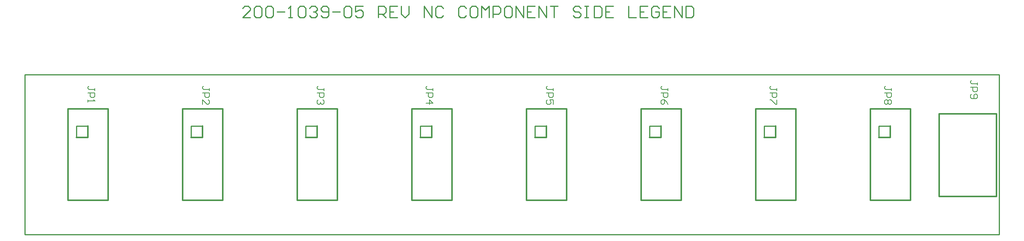
<source format=gto>
*%FSLAX23Y23*%
*%MOIN*%
G01*
%ADD11C,0.007*%
%ADD12C,0.008*%
%ADD13C,0.010*%
%ADD14C,0.012*%
%ADD15C,0.036*%
%ADD16C,0.056*%
%ADD17C,0.062*%
%ADD18C,0.066*%
%ADD19C,0.068*%
%ADD20C,0.070*%
%ADD21C,0.090*%
%ADD22C,0.100*%
%ADD23C,0.125*%
%ADD24C,0.131*%
%ADD25C,0.250*%
%ADD26R,0.062X0.062*%
%ADD27R,0.068X0.068*%
D12*
X13134Y8312D02*
Y8332D01*
Y8322D01*
X13084D01*
X13074Y8332D01*
Y8342D01*
X13084Y8352D01*
X13074Y8292D02*
X13134D01*
Y8262D01*
X13124Y8252D01*
X13104D01*
X13094Y8262D01*
Y8292D01*
X13124Y8232D02*
X13134Y8222D01*
Y8202D01*
X13124Y8192D01*
X13114D01*
X13104Y8202D01*
X13094Y8192D01*
X13084D01*
X13074Y8202D01*
Y8222D01*
X13084Y8232D01*
X13094D01*
X13104Y8222D01*
X13114Y8232D01*
X13124D01*
X13104Y8222D02*
Y8202D01*
X13884Y8362D02*
Y8382D01*
Y8372D01*
X13834D01*
X13824Y8382D01*
Y8392D01*
X13834Y8402D01*
X13824Y8342D02*
X13884D01*
Y8312D01*
X13874Y8302D01*
X13854D01*
X13844Y8312D01*
Y8342D01*
X13834Y8282D02*
X13824Y8272D01*
Y8252D01*
X13834Y8242D01*
X13874D01*
X13884Y8252D01*
Y8272D01*
X13874Y8282D01*
X13864D01*
X13854Y8272D01*
Y8242D01*
X12134Y8312D02*
Y8332D01*
Y8322D01*
X12084D01*
X12074Y8332D01*
Y8342D01*
X12084Y8352D01*
X12074Y8292D02*
X12134D01*
Y8262D01*
X12124Y8252D01*
X12104D01*
X12094Y8262D01*
Y8292D01*
X12134Y8232D02*
Y8192D01*
X12124D01*
X12084Y8232D01*
X12074D01*
X11184Y8312D02*
Y8332D01*
Y8322D01*
X11134D01*
X11124Y8332D01*
Y8342D01*
X11134Y8352D01*
X11124Y8292D02*
X11184D01*
Y8262D01*
X11174Y8252D01*
X11154D01*
X11144Y8262D01*
Y8292D01*
X11174Y8212D02*
X11184Y8192D01*
X11174Y8212D02*
X11154Y8232D01*
X11134D01*
X11124Y8222D01*
Y8202D01*
X11134Y8192D01*
X11144D01*
X11154Y8202D01*
Y8232D01*
X10184Y8312D02*
Y8332D01*
Y8322D01*
X10134D01*
X10124Y8332D01*
Y8342D01*
X10134Y8352D01*
X10124Y8292D02*
X10184D01*
Y8262D01*
X10174Y8252D01*
X10154D01*
X10144Y8262D01*
Y8292D01*
X10184Y8232D02*
Y8192D01*
Y8232D02*
X10154D01*
X10164Y8212D01*
Y8202D01*
X10154Y8192D01*
X10134D01*
X10124Y8202D01*
Y8222D01*
X10134Y8232D01*
X9134Y8312D02*
Y8332D01*
Y8322D01*
X9084D01*
X9074Y8332D01*
Y8342D01*
X9084Y8352D01*
X9074Y8292D02*
X9134D01*
Y8262D01*
X9124Y8252D01*
X9104D01*
X9094Y8262D01*
Y8292D01*
X9074Y8202D02*
X9134D01*
X9104Y8232D01*
Y8192D01*
X8184Y8312D02*
Y8332D01*
Y8322D01*
X8134D01*
X8124Y8332D01*
Y8342D01*
X8134Y8352D01*
X8124Y8292D02*
X8184D01*
Y8262D01*
X8174Y8252D01*
X8154D01*
X8144Y8262D01*
Y8292D01*
X8174Y8232D02*
X8184Y8222D01*
Y8202D01*
X8174Y8192D01*
X8164D01*
X8165D01*
X8164D02*
X8165D01*
X8164D02*
X8165D01*
X8164D02*
X8154Y8202D01*
Y8212D01*
Y8202D01*
X8144Y8192D01*
X8134D01*
X8124Y8202D01*
Y8222D01*
X8134Y8232D01*
X7184Y8312D02*
Y8332D01*
Y8322D01*
X7134D01*
X7124Y8332D01*
Y8342D01*
X7134Y8352D01*
X7124Y8292D02*
X7184D01*
Y8262D01*
X7174Y8252D01*
X7154D01*
X7144Y8262D01*
Y8292D01*
X7124Y8232D02*
Y8192D01*
Y8232D02*
X7164Y8192D01*
X7174D01*
X7184Y8202D01*
Y8222D01*
X7174Y8232D01*
X6184Y8312D02*
Y8332D01*
Y8322D01*
X6134D01*
X6124Y8332D01*
Y8342D01*
X6134Y8352D01*
X6124Y8292D02*
X6184D01*
Y8262D01*
X6174Y8252D01*
X6154D01*
X6144Y8262D01*
Y8292D01*
X6124Y8232D02*
Y8212D01*
Y8222D01*
X6184D01*
X6185D01*
X6184D02*
X6174Y8232D01*
D13*
X7474Y8952D02*
X7541D01*
X7474D02*
X7541Y9019D01*
Y9035D01*
X7524Y9052D01*
X7491D01*
X7474Y9035D01*
X7574D02*
X7591Y9052D01*
X7624D01*
X7641Y9035D01*
Y8969D01*
X7624Y8952D01*
X7591D01*
X7574Y8969D01*
Y9035D01*
X7674D02*
X7691Y9052D01*
X7724D01*
X7741Y9035D01*
Y8969D01*
X7724Y8952D01*
X7691D01*
X7674Y8969D01*
Y9035D01*
X7774Y9002D02*
X7841D01*
X7874Y8952D02*
X7907D01*
X7891D01*
Y9052D01*
X7892D01*
X7891D02*
X7874Y9035D01*
X7957D02*
X7974Y9052D01*
X8007D01*
X8024Y9035D01*
Y8969D01*
X8007Y8952D01*
X7974D01*
X7957Y8969D01*
Y9035D01*
X8057D02*
X8074Y9052D01*
X8107D01*
X8124Y9035D01*
Y9019D01*
X8125D01*
X8124D02*
X8125D01*
X8124D02*
X8125D01*
X8124D02*
X8107Y9002D01*
X8090D01*
X8107D01*
X8124Y8985D01*
Y8969D01*
X8107Y8952D01*
X8074D01*
X8057Y8969D01*
X8157D02*
X8174Y8952D01*
X8207D01*
X8224Y8969D01*
Y9035D01*
X8207Y9052D01*
X8174D01*
X8157Y9035D01*
Y9019D01*
X8174Y9002D01*
X8224D01*
X8257D02*
X8324D01*
X8357Y9035D02*
X8374Y9052D01*
X8407D01*
X8424Y9035D01*
Y8969D01*
X8407Y8952D01*
X8374D01*
X8357Y8969D01*
Y9035D01*
X8457Y9052D02*
X8524D01*
X8457D02*
Y9002D01*
X8490Y9019D01*
X8507D01*
X8524Y9002D01*
Y8969D01*
X8507Y8952D01*
X8474D01*
X8457Y8969D01*
X8657Y8952D02*
Y9052D01*
X8707D01*
X8724Y9035D01*
Y9002D01*
X8707Y8985D01*
X8657D01*
X8690D02*
X8724Y8952D01*
X8757Y9052D02*
X8824D01*
X8757D02*
Y8952D01*
X8824D01*
X8790Y9002D02*
X8757D01*
X8857Y8985D02*
Y9052D01*
Y8985D02*
X8890Y8952D01*
X8924Y8985D01*
Y9052D01*
X9057D02*
Y8952D01*
X9123D02*
X9057Y9052D01*
X9123D02*
Y8952D01*
X9223Y9035D02*
X9207Y9052D01*
X9173D01*
X9157Y9035D01*
Y8969D01*
X9173Y8952D01*
X9207D01*
X9223Y8969D01*
X9407Y9052D02*
X9423Y9035D01*
X9407Y9052D02*
X9373D01*
X9357Y9035D01*
Y8969D01*
X9373Y8952D01*
X9407D01*
X9423Y8969D01*
X9473Y9052D02*
X9507D01*
X9473D02*
X9457Y9035D01*
Y8969D01*
X9473Y8952D01*
X9507D01*
X9523Y8969D01*
Y9035D01*
X9507Y9052D01*
X9557D02*
Y8952D01*
X9590Y9019D02*
X9557Y9052D01*
X9590Y9019D02*
X9623Y9052D01*
Y8952D01*
X9657D02*
Y9052D01*
X9707D01*
X9723Y9035D01*
Y9002D01*
X9707Y8985D01*
X9657D01*
X9773Y9052D02*
X9807D01*
X9773D02*
X9757Y9035D01*
Y8969D01*
X9773Y8952D01*
X9807D01*
X9823Y8969D01*
Y9035D01*
X9807Y9052D01*
X9857D02*
Y8952D01*
X9923D02*
X9857Y9052D01*
X9923D02*
Y8952D01*
X9957Y9052D02*
X10023D01*
X9957D02*
Y8952D01*
X10023D01*
X9990Y9002D02*
X9957D01*
X10056Y8952D02*
Y9052D01*
X10123Y8952D01*
Y9052D01*
X10156D02*
X10223D01*
X10190D01*
Y8952D01*
X10406Y9052D02*
X10423Y9035D01*
X10406Y9052D02*
X10373D01*
X10356Y9035D01*
Y9019D01*
X10373Y9002D01*
X10406D01*
X10423Y8985D01*
Y8969D01*
X10406Y8952D01*
X10373D01*
X10356Y8969D01*
X10456Y9052D02*
X10490D01*
X10473D01*
Y8952D01*
X10456D01*
X10490D01*
X10540D02*
Y9052D01*
Y8952D02*
X10590D01*
X10606Y8969D01*
Y9035D01*
X10590Y9052D01*
X10540D01*
X10640D02*
X10706D01*
X10640D02*
Y8952D01*
X10706D01*
X10673Y9002D02*
X10640D01*
X10840Y8952D02*
Y9052D01*
Y8952D02*
X10906D01*
X10940Y9052D02*
X11006D01*
X10940D02*
Y8952D01*
X11006D01*
X10973Y9002D02*
X10940D01*
X11089Y9052D02*
X11106Y9035D01*
X11089Y9052D02*
X11056D01*
X11040Y9035D01*
Y8969D01*
X11056Y8952D01*
X11089D01*
X11106Y8969D01*
Y9002D01*
X11073D01*
X11139Y9052D02*
X11206D01*
X11139D02*
Y8952D01*
X11206D01*
X11173Y9002D02*
X11139D01*
X11239Y8952D02*
Y9052D01*
X11306Y8952D01*
Y9052D01*
X11339D02*
Y8952D01*
X11389D01*
X11406Y8969D01*
Y9035D01*
X11389Y9052D01*
X11339D01*
X13024Y8002D02*
Y7902D01*
Y8002D02*
X13124D01*
X12024D02*
Y7902D01*
Y8002D02*
X12124D01*
X11024D02*
Y7902D01*
Y8002D02*
X11124D01*
X10024D02*
Y7902D01*
Y8002D02*
X10124D01*
X9024D02*
Y7902D01*
Y8002D02*
X9124D01*
X8024D02*
Y7902D01*
Y8002D02*
X8124D01*
X7024D02*
Y7902D01*
Y8002D02*
X7124D01*
X6024D02*
Y7902D01*
Y8002D02*
X6124D01*
X5574Y7052D02*
X14074D01*
Y8452D02*
X5574D01*
X14074D02*
Y7052D01*
X5574D02*
Y8452D01*
D14*
X13124Y8002D02*
Y7902D01*
X13299Y8152D02*
Y7352D01*
X12949D02*
Y8152D01*
X13024Y7902D02*
X13124D01*
X12949Y8152D02*
X13299D01*
Y7352D02*
X12949D01*
X14049Y7386D02*
Y8111D01*
X13549D02*
Y7386D01*
X14049D01*
Y8111D02*
X13549D01*
X12124Y8002D02*
Y7902D01*
X12299Y8152D02*
Y7352D01*
X11949D02*
Y8152D01*
X12024Y7902D02*
X12124D01*
X11949Y8152D02*
X12299D01*
Y7352D02*
X11949D01*
X11124Y7902D02*
Y8002D01*
X11299Y8152D02*
Y7352D01*
X10949D02*
Y8152D01*
X11024Y7902D02*
X11124D01*
X10949Y8152D02*
X11299D01*
Y7352D02*
X10949D01*
X10124Y7902D02*
Y8002D01*
X10299Y8152D02*
Y7352D01*
X9949D02*
Y8152D01*
X10024Y7902D02*
X10124D01*
X9949Y8152D02*
X10299D01*
Y7352D02*
X9949D01*
X9124Y7902D02*
Y8002D01*
X9299Y8152D02*
Y7352D01*
X8949D02*
Y8152D01*
X9024Y7902D02*
X9124D01*
X8949Y8152D02*
X9299D01*
Y7352D02*
X8949D01*
X8124Y7902D02*
Y8002D01*
X8299Y8152D02*
Y7352D01*
X7949D02*
Y8152D01*
X8024Y7902D02*
X8124D01*
X7949Y8152D02*
X8299D01*
Y7352D02*
X7949D01*
X7124Y7902D02*
Y8002D01*
X7299Y8152D02*
Y7352D01*
X6949D02*
Y8152D01*
X7024Y7902D02*
X7124D01*
X6949Y8152D02*
X7299D01*
Y7352D02*
X6949D01*
X6124Y7902D02*
Y8002D01*
X6299Y8152D02*
Y7352D01*
X5949D02*
Y8152D01*
X6024Y7902D02*
X6124D01*
X5949Y8152D02*
X6299D01*
Y7352D02*
X5949D01*
D02*
M02*

</source>
